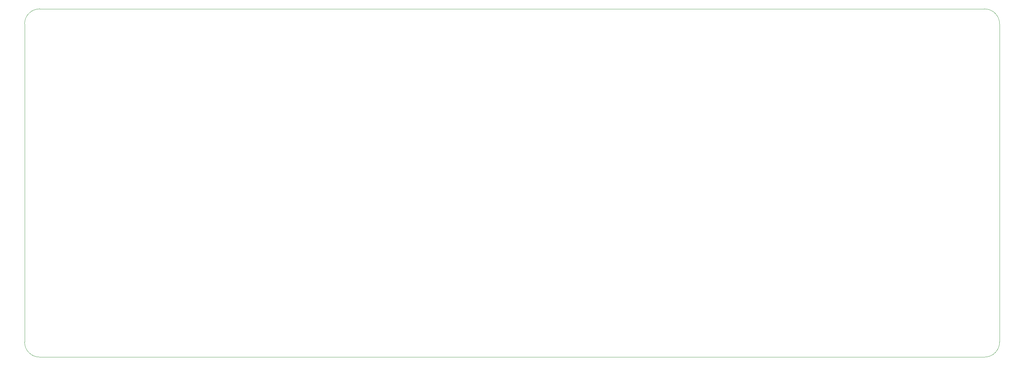
<source format=gbr>
G04 #@! TF.GenerationSoftware,KiCad,Pcbnew,5.1.10-88a1d61d58~88~ubuntu18.04.1*
G04 #@! TF.CreationDate,2022-03-10T08:37:22-06:00*
G04 #@! TF.ProjectId,keyboard,6b657962-6f61-4726-942e-6b696361645f,rev?*
G04 #@! TF.SameCoordinates,Original*
G04 #@! TF.FileFunction,Profile,NP*
%FSLAX46Y46*%
G04 Gerber Fmt 4.6, Leading zero omitted, Abs format (unit mm)*
G04 Created by KiCad (PCBNEW 5.1.10-88a1d61d58~88~ubuntu18.04.1) date 2022-03-10 08:37:22*
%MOMM*%
%LPD*%
G01*
G04 APERTURE LIST*
G04 #@! TA.AperFunction,Profile*
%ADD10C,0.100000*%
G04 #@! TD*
G04 APERTURE END LIST*
D10*
X-12699200Y11905500D02*
X-12699200Y8730700D01*
X244459600Y11905500D02*
X244459600Y8730700D01*
X-8730700Y-76195200D02*
G75*
G02*
X-12699200Y-72226700I0J3968500D01*
G01*
X244459600Y-72226700D02*
G75*
G02*
X240491100Y-76195200I-3968500J0D01*
G01*
X240491100Y15874000D02*
G75*
G02*
X244459600Y11905500I0J-3968500D01*
G01*
X-12699200Y11905500D02*
G75*
G02*
X-8730700Y15874000I3968500J0D01*
G01*
X-12699200Y-72226700D02*
X-12699200Y8730700D01*
X240491100Y-76195200D02*
X-8730700Y-76195200D01*
X244459600Y8730700D02*
X244459600Y-72226700D01*
X-8730700Y15874000D02*
X240491100Y15874000D01*
M02*

</source>
